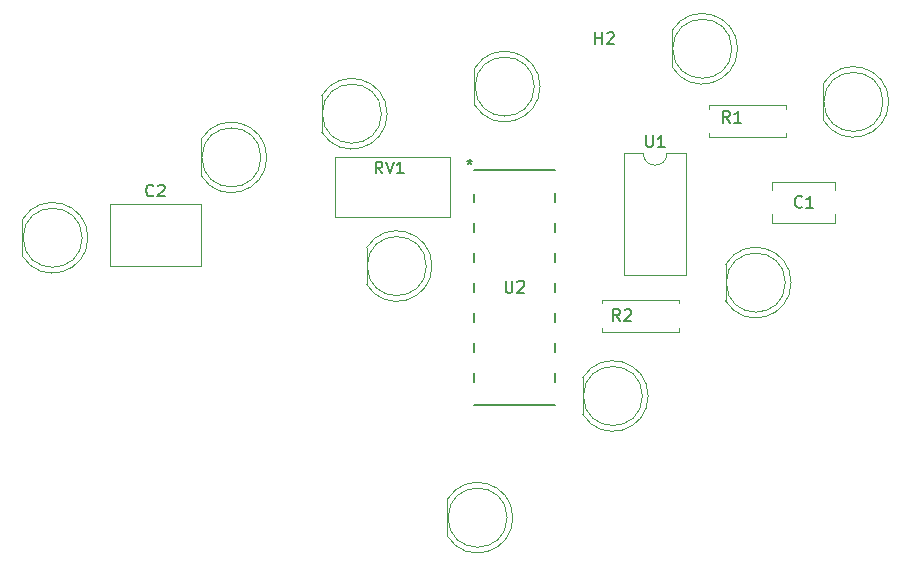
<source format=gbr>
%TF.GenerationSoftware,KiCad,Pcbnew,9.0.6*%
%TF.CreationDate,2025-12-24T22:47:29+00:00*%
%TF.ProjectId,555 Chaser,35353520-4368-4617-9365-722e6b696361,rev?*%
%TF.SameCoordinates,Original*%
%TF.FileFunction,Legend,Top*%
%TF.FilePolarity,Positive*%
%FSLAX46Y46*%
G04 Gerber Fmt 4.6, Leading zero omitted, Abs format (unit mm)*
G04 Created by KiCad (PCBNEW 9.0.6) date 2025-12-24 22:47:29*
%MOMM*%
%LPD*%
G01*
G04 APERTURE LIST*
%ADD10C,0.150000*%
%ADD11C,0.152400*%
%ADD12C,0.120000*%
G04 APERTURE END LIST*
D10*
X96238095Y-42304819D02*
X96238095Y-41304819D01*
X96238095Y-41781009D02*
X96809523Y-41781009D01*
X96809523Y-42304819D02*
X96809523Y-41304819D01*
X97238095Y-41400057D02*
X97285714Y-41352438D01*
X97285714Y-41352438D02*
X97380952Y-41304819D01*
X97380952Y-41304819D02*
X97619047Y-41304819D01*
X97619047Y-41304819D02*
X97714285Y-41352438D01*
X97714285Y-41352438D02*
X97761904Y-41400057D01*
X97761904Y-41400057D02*
X97809523Y-41495295D01*
X97809523Y-41495295D02*
X97809523Y-41590533D01*
X97809523Y-41590533D02*
X97761904Y-41733390D01*
X97761904Y-41733390D02*
X97190476Y-42304819D01*
X97190476Y-42304819D02*
X97809523Y-42304819D01*
X88638095Y-62354819D02*
X88638095Y-63164342D01*
X88638095Y-63164342D02*
X88685714Y-63259580D01*
X88685714Y-63259580D02*
X88733333Y-63307200D01*
X88733333Y-63307200D02*
X88828571Y-63354819D01*
X88828571Y-63354819D02*
X89019047Y-63354819D01*
X89019047Y-63354819D02*
X89114285Y-63307200D01*
X89114285Y-63307200D02*
X89161904Y-63259580D01*
X89161904Y-63259580D02*
X89209523Y-63164342D01*
X89209523Y-63164342D02*
X89209523Y-62354819D01*
X89638095Y-62450057D02*
X89685714Y-62402438D01*
X89685714Y-62402438D02*
X89780952Y-62354819D01*
X89780952Y-62354819D02*
X90019047Y-62354819D01*
X90019047Y-62354819D02*
X90114285Y-62402438D01*
X90114285Y-62402438D02*
X90161904Y-62450057D01*
X90161904Y-62450057D02*
X90209523Y-62545295D01*
X90209523Y-62545295D02*
X90209523Y-62640533D01*
X90209523Y-62640533D02*
X90161904Y-62783390D01*
X90161904Y-62783390D02*
X89590476Y-63354819D01*
X89590476Y-63354819D02*
X90209523Y-63354819D01*
X85590000Y-52055119D02*
X85590000Y-52293214D01*
X85351905Y-52197976D02*
X85590000Y-52293214D01*
X85590000Y-52293214D02*
X85828095Y-52197976D01*
X85447143Y-52483690D02*
X85590000Y-52293214D01*
X85590000Y-52293214D02*
X85732857Y-52483690D01*
X85590000Y-52055119D02*
X85590000Y-52293214D01*
X85351905Y-52197976D02*
X85590000Y-52293214D01*
X85590000Y-52293214D02*
X85828095Y-52197976D01*
X85447143Y-52483690D02*
X85590000Y-52293214D01*
X85590000Y-52293214D02*
X85732857Y-52483690D01*
X100543095Y-50014819D02*
X100543095Y-50824342D01*
X100543095Y-50824342D02*
X100590714Y-50919580D01*
X100590714Y-50919580D02*
X100638333Y-50967200D01*
X100638333Y-50967200D02*
X100733571Y-51014819D01*
X100733571Y-51014819D02*
X100924047Y-51014819D01*
X100924047Y-51014819D02*
X101019285Y-50967200D01*
X101019285Y-50967200D02*
X101066904Y-50919580D01*
X101066904Y-50919580D02*
X101114523Y-50824342D01*
X101114523Y-50824342D02*
X101114523Y-50014819D01*
X102114523Y-51014819D02*
X101543095Y-51014819D01*
X101828809Y-51014819D02*
X101828809Y-50014819D01*
X101828809Y-50014819D02*
X101733571Y-50157676D01*
X101733571Y-50157676D02*
X101638333Y-50252914D01*
X101638333Y-50252914D02*
X101543095Y-50300533D01*
X78204761Y-53254819D02*
X77871428Y-52778628D01*
X77633333Y-53254819D02*
X77633333Y-52254819D01*
X77633333Y-52254819D02*
X78014285Y-52254819D01*
X78014285Y-52254819D02*
X78109523Y-52302438D01*
X78109523Y-52302438D02*
X78157142Y-52350057D01*
X78157142Y-52350057D02*
X78204761Y-52445295D01*
X78204761Y-52445295D02*
X78204761Y-52588152D01*
X78204761Y-52588152D02*
X78157142Y-52683390D01*
X78157142Y-52683390D02*
X78109523Y-52731009D01*
X78109523Y-52731009D02*
X78014285Y-52778628D01*
X78014285Y-52778628D02*
X77633333Y-52778628D01*
X78490476Y-52254819D02*
X78823809Y-53254819D01*
X78823809Y-53254819D02*
X79157142Y-52254819D01*
X80014285Y-53254819D02*
X79442857Y-53254819D01*
X79728571Y-53254819D02*
X79728571Y-52254819D01*
X79728571Y-52254819D02*
X79633333Y-52397676D01*
X79633333Y-52397676D02*
X79538095Y-52492914D01*
X79538095Y-52492914D02*
X79442857Y-52540533D01*
X98333333Y-65754819D02*
X98000000Y-65278628D01*
X97761905Y-65754819D02*
X97761905Y-64754819D01*
X97761905Y-64754819D02*
X98142857Y-64754819D01*
X98142857Y-64754819D02*
X98238095Y-64802438D01*
X98238095Y-64802438D02*
X98285714Y-64850057D01*
X98285714Y-64850057D02*
X98333333Y-64945295D01*
X98333333Y-64945295D02*
X98333333Y-65088152D01*
X98333333Y-65088152D02*
X98285714Y-65183390D01*
X98285714Y-65183390D02*
X98238095Y-65231009D01*
X98238095Y-65231009D02*
X98142857Y-65278628D01*
X98142857Y-65278628D02*
X97761905Y-65278628D01*
X98714286Y-64850057D02*
X98761905Y-64802438D01*
X98761905Y-64802438D02*
X98857143Y-64754819D01*
X98857143Y-64754819D02*
X99095238Y-64754819D01*
X99095238Y-64754819D02*
X99190476Y-64802438D01*
X99190476Y-64802438D02*
X99238095Y-64850057D01*
X99238095Y-64850057D02*
X99285714Y-64945295D01*
X99285714Y-64945295D02*
X99285714Y-65040533D01*
X99285714Y-65040533D02*
X99238095Y-65183390D01*
X99238095Y-65183390D02*
X98666667Y-65754819D01*
X98666667Y-65754819D02*
X99285714Y-65754819D01*
X107633333Y-48954819D02*
X107300000Y-48478628D01*
X107061905Y-48954819D02*
X107061905Y-47954819D01*
X107061905Y-47954819D02*
X107442857Y-47954819D01*
X107442857Y-47954819D02*
X107538095Y-48002438D01*
X107538095Y-48002438D02*
X107585714Y-48050057D01*
X107585714Y-48050057D02*
X107633333Y-48145295D01*
X107633333Y-48145295D02*
X107633333Y-48288152D01*
X107633333Y-48288152D02*
X107585714Y-48383390D01*
X107585714Y-48383390D02*
X107538095Y-48431009D01*
X107538095Y-48431009D02*
X107442857Y-48478628D01*
X107442857Y-48478628D02*
X107061905Y-48478628D01*
X108585714Y-48954819D02*
X108014286Y-48954819D01*
X108300000Y-48954819D02*
X108300000Y-47954819D01*
X108300000Y-47954819D02*
X108204762Y-48097676D01*
X108204762Y-48097676D02*
X108109524Y-48192914D01*
X108109524Y-48192914D02*
X108014286Y-48240533D01*
X58833333Y-55109580D02*
X58785714Y-55157200D01*
X58785714Y-55157200D02*
X58642857Y-55204819D01*
X58642857Y-55204819D02*
X58547619Y-55204819D01*
X58547619Y-55204819D02*
X58404762Y-55157200D01*
X58404762Y-55157200D02*
X58309524Y-55061961D01*
X58309524Y-55061961D02*
X58261905Y-54966723D01*
X58261905Y-54966723D02*
X58214286Y-54776247D01*
X58214286Y-54776247D02*
X58214286Y-54633390D01*
X58214286Y-54633390D02*
X58261905Y-54442914D01*
X58261905Y-54442914D02*
X58309524Y-54347676D01*
X58309524Y-54347676D02*
X58404762Y-54252438D01*
X58404762Y-54252438D02*
X58547619Y-54204819D01*
X58547619Y-54204819D02*
X58642857Y-54204819D01*
X58642857Y-54204819D02*
X58785714Y-54252438D01*
X58785714Y-54252438D02*
X58833333Y-54300057D01*
X59214286Y-54300057D02*
X59261905Y-54252438D01*
X59261905Y-54252438D02*
X59357143Y-54204819D01*
X59357143Y-54204819D02*
X59595238Y-54204819D01*
X59595238Y-54204819D02*
X59690476Y-54252438D01*
X59690476Y-54252438D02*
X59738095Y-54300057D01*
X59738095Y-54300057D02*
X59785714Y-54395295D01*
X59785714Y-54395295D02*
X59785714Y-54490533D01*
X59785714Y-54490533D02*
X59738095Y-54633390D01*
X59738095Y-54633390D02*
X59166667Y-55204819D01*
X59166667Y-55204819D02*
X59785714Y-55204819D01*
X113733333Y-56059580D02*
X113685714Y-56107200D01*
X113685714Y-56107200D02*
X113542857Y-56154819D01*
X113542857Y-56154819D02*
X113447619Y-56154819D01*
X113447619Y-56154819D02*
X113304762Y-56107200D01*
X113304762Y-56107200D02*
X113209524Y-56011961D01*
X113209524Y-56011961D02*
X113161905Y-55916723D01*
X113161905Y-55916723D02*
X113114286Y-55726247D01*
X113114286Y-55726247D02*
X113114286Y-55583390D01*
X113114286Y-55583390D02*
X113161905Y-55392914D01*
X113161905Y-55392914D02*
X113209524Y-55297676D01*
X113209524Y-55297676D02*
X113304762Y-55202438D01*
X113304762Y-55202438D02*
X113447619Y-55154819D01*
X113447619Y-55154819D02*
X113542857Y-55154819D01*
X113542857Y-55154819D02*
X113685714Y-55202438D01*
X113685714Y-55202438D02*
X113733333Y-55250057D01*
X114685714Y-56154819D02*
X114114286Y-56154819D01*
X114400000Y-56154819D02*
X114400000Y-55154819D01*
X114400000Y-55154819D02*
X114304762Y-55297676D01*
X114304762Y-55297676D02*
X114209524Y-55392914D01*
X114209524Y-55392914D02*
X114114286Y-55440533D01*
D11*
%TO.C,U2*%
X85971000Y-72869500D02*
X92829000Y-72869500D01*
X92829000Y-70886617D02*
X92829000Y-70153383D01*
X92829000Y-52930500D02*
X85971000Y-52930500D01*
X85971000Y-54990440D02*
X85971000Y-55646617D01*
X85971000Y-57453383D02*
X85971000Y-58186617D01*
X85971000Y-59993383D02*
X85971000Y-60726617D01*
X85971000Y-62533383D02*
X85971000Y-63266617D01*
X85971000Y-65073383D02*
X85971000Y-65806617D01*
X85971000Y-67613383D02*
X85971000Y-68346617D01*
X85971000Y-70153383D02*
X85971000Y-70886617D01*
X92829000Y-68346617D02*
X92829000Y-67613383D01*
X92829000Y-65806617D02*
X92829000Y-65073383D01*
X92829000Y-63266617D02*
X92829000Y-62533383D01*
X92829000Y-60726617D02*
X92829000Y-59993383D01*
X92829000Y-58186617D02*
X92829000Y-57453383D01*
X92829000Y-55646617D02*
X92829000Y-54913383D01*
D12*
%TO.C,U1*%
X98655000Y-51560000D02*
X98655000Y-61840000D01*
X98655000Y-61840000D02*
X103955000Y-61840000D01*
X100305000Y-51560000D02*
X98655000Y-51560000D01*
X103955000Y-51560000D02*
X102305000Y-51560000D01*
X103955000Y-61840000D02*
X103955000Y-51560000D01*
X102305000Y-51560000D02*
G75*
G02*
X100305000Y-51560000I-1000000J0D01*
G01*
%TO.C,RV1*%
X74225000Y-51875000D02*
X83975000Y-51875000D01*
X74225000Y-56925000D02*
X74225000Y-51875000D01*
X83975000Y-51875000D02*
X83975000Y-56925000D01*
X83975000Y-56925000D02*
X74225000Y-56925000D01*
%TO.C,R2*%
X96820000Y-63930000D02*
X103360000Y-63930000D01*
X96820000Y-64260000D02*
X96820000Y-63930000D01*
X96820000Y-66340000D02*
X96820000Y-66670000D01*
X96820000Y-66670000D02*
X103360000Y-66670000D01*
X103360000Y-63930000D02*
X103360000Y-64260000D01*
X103360000Y-66670000D02*
X103360000Y-66340000D01*
%TO.C,R1*%
X105840000Y-47430000D02*
X112380000Y-47430000D01*
X105840000Y-47760000D02*
X105840000Y-47430000D01*
X105840000Y-49840000D02*
X105840000Y-50170000D01*
X105840000Y-50170000D02*
X112380000Y-50170000D01*
X112380000Y-47430000D02*
X112380000Y-47760000D01*
X112380000Y-50170000D02*
X112380000Y-49840000D01*
%TO.C,D10*%
X76870000Y-59555000D02*
X76870000Y-62645000D01*
X76870000Y-59555170D02*
G75*
G02*
X82420000Y-61100000I2560000J-1544830D01*
G01*
X82420000Y-61100000D02*
G75*
G02*
X76870000Y-62644830I-2990000J0D01*
G01*
X81930000Y-61100000D02*
G75*
G02*
X76930000Y-61100000I-2500000J0D01*
G01*
X76930000Y-61100000D02*
G75*
G02*
X81930000Y-61100000I2500000J0D01*
G01*
%TO.C,D9*%
X83710000Y-80855000D02*
X83710000Y-83945000D01*
X83710000Y-80855170D02*
G75*
G02*
X89260000Y-82400000I2560000J-1544830D01*
G01*
X89260000Y-82400000D02*
G75*
G02*
X83710000Y-83944830I-2990000J0D01*
G01*
X88770000Y-82400000D02*
G75*
G02*
X83770000Y-82400000I-2500000J0D01*
G01*
X83770000Y-82400000D02*
G75*
G02*
X88770000Y-82400000I2500000J0D01*
G01*
%TO.C,D8*%
X95170000Y-70555000D02*
X95170000Y-73645000D01*
X95170000Y-70555170D02*
G75*
G02*
X100720000Y-72100000I2560000J-1544830D01*
G01*
X100720000Y-72100000D02*
G75*
G02*
X95170000Y-73644830I-2990000J0D01*
G01*
X100230000Y-72100000D02*
G75*
G02*
X95230000Y-72100000I-2500000J0D01*
G01*
X95230000Y-72100000D02*
G75*
G02*
X100230000Y-72100000I2500000J0D01*
G01*
%TO.C,D7*%
X107270000Y-60955000D02*
X107270000Y-64045000D01*
X107270000Y-60955170D02*
G75*
G02*
X112820000Y-62500000I2560000J-1544830D01*
G01*
X112820000Y-62500000D02*
G75*
G02*
X107270000Y-64044830I-2990000J0D01*
G01*
X112330000Y-62500000D02*
G75*
G02*
X107330000Y-62500000I-2500000J0D01*
G01*
X107330000Y-62500000D02*
G75*
G02*
X112330000Y-62500000I2500000J0D01*
G01*
%TO.C,D6*%
X115535000Y-45655000D02*
X115535000Y-48745000D01*
X115535000Y-45655170D02*
G75*
G02*
X121085000Y-47200000I2560000J-1544830D01*
G01*
X121085000Y-47200000D02*
G75*
G02*
X115535000Y-48744830I-2990000J0D01*
G01*
X120595000Y-47200000D02*
G75*
G02*
X115595000Y-47200000I-2500000J0D01*
G01*
X115595000Y-47200000D02*
G75*
G02*
X120595000Y-47200000I2500000J0D01*
G01*
%TO.C,D5*%
X102735000Y-41155000D02*
X102735000Y-44245000D01*
X102735000Y-41155170D02*
G75*
G02*
X108285000Y-42700000I2560000J-1544830D01*
G01*
X108285000Y-42700000D02*
G75*
G02*
X102735000Y-44244830I-2990000J0D01*
G01*
X107795000Y-42700000D02*
G75*
G02*
X102795000Y-42700000I-2500000J0D01*
G01*
X102795000Y-42700000D02*
G75*
G02*
X107795000Y-42700000I2500000J0D01*
G01*
%TO.C,D4*%
X86010000Y-44355000D02*
X86010000Y-47445000D01*
X86010000Y-44355170D02*
G75*
G02*
X91560000Y-45900000I2560000J-1544830D01*
G01*
X91560000Y-45900000D02*
G75*
G02*
X86010000Y-47444830I-2990000J0D01*
G01*
X91070000Y-45900000D02*
G75*
G02*
X86070000Y-45900000I-2500000J0D01*
G01*
X86070000Y-45900000D02*
G75*
G02*
X91070000Y-45900000I2500000J0D01*
G01*
%TO.C,D3*%
X73070000Y-46655000D02*
X73070000Y-49745000D01*
X73070000Y-46655170D02*
G75*
G02*
X78620000Y-48200000I2560000J-1544830D01*
G01*
X78620000Y-48200000D02*
G75*
G02*
X73070000Y-49744830I-2990000J0D01*
G01*
X78130000Y-48200000D02*
G75*
G02*
X73130000Y-48200000I-2500000J0D01*
G01*
X73130000Y-48200000D02*
G75*
G02*
X78130000Y-48200000I2500000J0D01*
G01*
%TO.C,D2*%
X62870000Y-50355000D02*
X62870000Y-53445000D01*
X62870000Y-50355170D02*
G75*
G02*
X68420000Y-51900000I2560000J-1544830D01*
G01*
X68420000Y-51900000D02*
G75*
G02*
X62870000Y-53444830I-2990000J0D01*
G01*
X67930000Y-51900000D02*
G75*
G02*
X62930000Y-51900000I-2500000J0D01*
G01*
X62930000Y-51900000D02*
G75*
G02*
X67930000Y-51900000I2500000J0D01*
G01*
%TO.C,D1*%
X47735000Y-57155000D02*
X47735000Y-60245000D01*
X47735000Y-57155170D02*
G75*
G02*
X53285000Y-58700000I2560000J-1544830D01*
G01*
X53285000Y-58700000D02*
G75*
G02*
X47735000Y-60244830I-2990000J0D01*
G01*
X52795000Y-58700000D02*
G75*
G02*
X47795000Y-58700000I-2500000J0D01*
G01*
X47795000Y-58700000D02*
G75*
G02*
X52795000Y-58700000I2500000J0D01*
G01*
%TO.C,C2*%
X55130000Y-55880000D02*
X62870000Y-55880000D01*
X55130000Y-61120000D02*
X55130000Y-55880000D01*
X62870000Y-55880000D02*
X62870000Y-61120000D01*
X62870000Y-61120000D02*
X55130000Y-61120000D01*
%TO.C,C1*%
X111230000Y-53980000D02*
X116570000Y-53980000D01*
X111230000Y-54674000D02*
X111230000Y-53980000D01*
X111230000Y-57420000D02*
X111230000Y-56726000D01*
X116570000Y-53980000D02*
X116570000Y-54674000D01*
X116570000Y-56726000D02*
X116570000Y-57420000D01*
X116570000Y-57420000D02*
X111230000Y-57420000D01*
%TD*%
M02*

</source>
